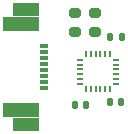
<source format=gbr>
%TF.GenerationSoftware,KiCad,Pcbnew,8.0.6*%
%TF.CreationDate,2024-11-26T02:45:54-05:00*%
%TF.ProjectId,final_imu_module,66696e61-6c5f-4696-9d75-5f6d6f64756c,rev?*%
%TF.SameCoordinates,Original*%
%TF.FileFunction,Paste,Top*%
%TF.FilePolarity,Positive*%
%FSLAX46Y46*%
G04 Gerber Fmt 4.6, Leading zero omitted, Abs format (unit mm)*
G04 Created by KiCad (PCBNEW 8.0.6) date 2024-11-26 02:45:54*
%MOMM*%
%LPD*%
G01*
G04 APERTURE LIST*
G04 Aperture macros list*
%AMRoundRect*
0 Rectangle with rounded corners*
0 $1 Rounding radius*
0 $2 $3 $4 $5 $6 $7 $8 $9 X,Y pos of 4 corners*
0 Add a 4 corners polygon primitive as box body*
4,1,4,$2,$3,$4,$5,$6,$7,$8,$9,$2,$3,0*
0 Add four circle primitives for the rounded corners*
1,1,$1+$1,$2,$3*
1,1,$1+$1,$4,$5*
1,1,$1+$1,$6,$7*
1,1,$1+$1,$8,$9*
0 Add four rect primitives between the rounded corners*
20,1,$1+$1,$2,$3,$4,$5,0*
20,1,$1+$1,$4,$5,$6,$7,0*
20,1,$1+$1,$6,$7,$8,$9,0*
20,1,$1+$1,$8,$9,$2,$3,0*%
G04 Aperture macros list end*
%ADD10C,0.000000*%
%ADD11R,0.800000X0.300000*%
%ADD12R,3.049999X1.300000*%
%ADD13RoundRect,0.140000X0.140000X0.170000X-0.140000X0.170000X-0.140000X-0.170000X0.140000X-0.170000X0*%
%ADD14RoundRect,0.200000X0.275000X-0.200000X0.275000X0.200000X-0.275000X0.200000X-0.275000X-0.200000X0*%
%ADD15RoundRect,0.050000X0.050000X-0.225000X0.050000X0.225000X-0.050000X0.225000X-0.050000X-0.225000X0*%
%ADD16RoundRect,0.050000X-0.225000X-0.050000X0.225000X-0.050000X0.225000X0.050000X-0.225000X0.050000X0*%
G04 APERTURE END LIST*
D10*
%TO.C,J1*%
G36*
X106500000Y-91200000D02*
G01*
X104300000Y-91200000D01*
X104300000Y-90100000D01*
X106500000Y-90100000D01*
X106500000Y-91200000D01*
G37*
G36*
X106500000Y-100900000D02*
G01*
X104300000Y-100900000D01*
X104300000Y-99800000D01*
X106500000Y-99800000D01*
X106500000Y-100900000D01*
G37*
%TD*%
D11*
%TO.C,J1*%
X106900000Y-93750004D03*
X106900000Y-94250003D03*
X106900000Y-94750004D03*
X106900000Y-95250003D03*
X106900000Y-95750005D03*
X106900000Y-96250004D03*
X106900000Y-96750003D03*
X106900000Y-97250004D03*
D12*
X104975000Y-91850003D03*
X104975000Y-99149997D03*
%TD*%
D13*
%TO.C,C2*%
X109520000Y-98750000D03*
X110480000Y-98750000D03*
%TD*%
%TO.C,C5*%
X112540000Y-93000000D03*
X113500000Y-93000000D03*
%TD*%
%TO.C,C3*%
X112500000Y-98500000D03*
X113460000Y-98500000D03*
%TD*%
D14*
%TO.C,R2*%
X111250000Y-90925000D03*
X111250000Y-92575000D03*
%TD*%
%TO.C,R1*%
X109500000Y-90925000D03*
X109500000Y-92575000D03*
%TD*%
D15*
%TO.C,U1*%
X110500000Y-94400000D03*
X110900000Y-94400000D03*
X111300000Y-94400000D03*
X111700000Y-94400000D03*
X112100000Y-94400000D03*
X112500000Y-94400000D03*
D16*
X113000000Y-94900000D03*
X113000000Y-95300000D03*
X113000000Y-95700000D03*
X113000000Y-96100000D03*
X113000000Y-96500000D03*
X113000000Y-96900000D03*
D15*
X112500000Y-97400000D03*
X112100000Y-97400000D03*
X111700000Y-97400000D03*
X111300000Y-97400000D03*
X110900000Y-97400000D03*
X110500000Y-97400000D03*
D16*
X110000000Y-96900000D03*
X110000000Y-96500000D03*
X110000000Y-96100000D03*
X110000000Y-95700000D03*
X110000000Y-95300000D03*
X110000000Y-94900000D03*
%TD*%
M02*

</source>
